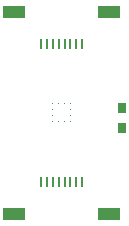
<source format=gbr>
%TF.GenerationSoftware,Novarm,DipTrace,3.3.0.1*%
%TF.CreationDate,2018-11-14T10:23:03-08:00*%
%FSLAX26Y26*%
%MOIN*%
%TF.FileFunction,Paste,Top*%
%TF.Part,Single*%
%AMOUTLINE2*
4,1,4,
0.001966,-0.015745,
-0.001966,-0.015745,
-0.001966,0.015745,
0.001966,0.015745,
0.001966,-0.015745,
0*%
%AMOUTLINE5*
4,1,4,
0.03543,-0.021651,
-0.03543,-0.021651,
-0.03543,0.021651,
0.03543,0.021651,
0.03543,-0.021651,
0*%
%ADD27R,0.001963X0.002947*%
%ADD29R,0.002947X0.001963*%
%ADD31R,0.03149X0.035427*%
%ADD36OUTLINE2*%
%ADD39OUTLINE5*%
G75*
G01*
%LPD*%
D31*
X968700Y956200D3*
Y1023129D3*
D29*
X738680Y1035728D3*
Y1016043D3*
Y996357D3*
Y976672D3*
D27*
X758857Y976180D3*
X778543Y976200D3*
D29*
X798720Y976672D3*
Y996357D3*
Y1016043D3*
Y1035728D3*
D27*
X778543Y1036220D3*
X758857D3*
D36*
X837598Y1236515D3*
X817913D3*
X798228D3*
X778543D3*
X758857D3*
X739172D3*
X719487D3*
X699802D3*
D39*
X928149Y1342814D3*
X609251D3*
D36*
X699802Y775885D3*
X719487D3*
X739172D3*
X758857D3*
X778543D3*
X798228D3*
X817913D3*
X837598D3*
D39*
X609251Y669586D3*
X928149D3*
M02*

</source>
